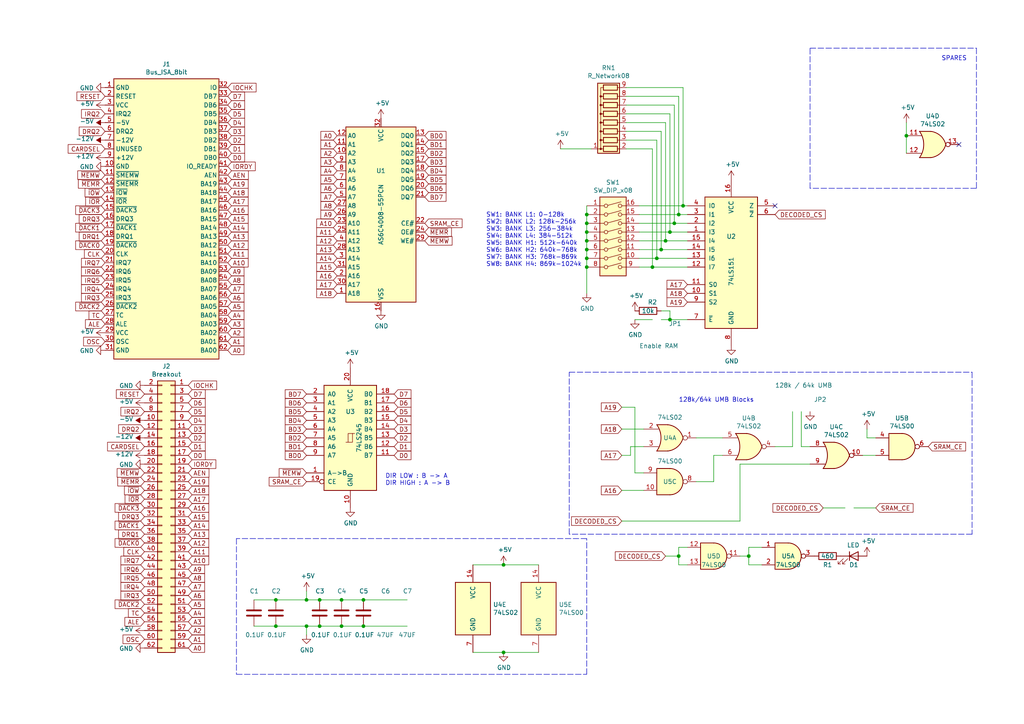
<source format=kicad_sch>
(kicad_sch (version 20230121) (generator eeschema)
  (paper "A4")
  (title_block (title "8-bit ISA RAM Expansion Board") (date "2019-10-25") (company "Adrian Black") (comment 1 "Adrian's Digital Basement"))
  (junction (at 191.77 72.39))
  (junction (at 198.12 59.69))
  (junction (at 217.17 161.29))
  (junction (at 196.85 62.23))
  (junction (at 146.05 189.23))
  (junction (at 146.05 163.83))
  (junction (at 170.18 64.77))
  (junction (at 80.01 181.61))
  (junction (at 195.58 64.77))
  (junction (at 196.85 161.29))
  (junction (at 170.18 72.39))
  (junction (at 170.18 77.47))
  (junction (at 105.41 181.61))
  (junction (at 170.18 62.23))
  (junction (at 193.04 69.85))
  (junction (at 189.23 77.47))
  (junction (at 170.18 74.93))
  (junction (at 194.31 67.31))
  (junction (at 194.31 92.71))
  (junction (at 99.06 181.61))
  (junction (at 88.9 173.99))
  (junction (at 80.01 173.99))
  (junction (at 92.71 181.61))
  (junction (at 190.5 74.93))
  (junction (at 170.18 67.31))
  (junction (at 170.18 69.85))
  (junction (at 99.06 173.99))
  (junction (at 88.9 181.61))
  (junction (at 105.41 173.99))
  (junction (at 92.71 173.99))
  (junction (at 262.89 39.37))
  (no_connect (at 278.13 41.91))
  (no_connect (at 224.79 59.69))
  (wire (pts (xy 156.21 189.23) (xy 146.05 189.23)))
  (wire (pts (xy 185.42 59.69) (xy 198.12 59.69)))
  (wire (pts (xy 99.06 181.61) (xy 105.41 181.61)))
  (wire (pts (xy 190.5 74.93) (xy 199.39 74.93)))
  (wire (pts (xy 217.17 161.29) (xy 217.17 158.75)))
  (wire (pts (xy 105.41 173.99) (xy 118.11 173.99)))
  (wire (pts (xy 185.42 74.93) (xy 190.5 74.93)))
  (wire (pts (xy 181.61 35.56) (xy 193.04 35.56)))
  (wire (pts (xy 262.89 44.45) (xy 262.89 39.37)))
  (wire (pts (xy 196.85 161.29) (xy 196.85 158.75)))
  (wire (pts (xy 181.61 40.64) (xy 190.5 40.64)))
  (wire (pts (xy 181.61 43.18) (xy 189.23 43.18)))
  (wire (pts (xy 247.65 147.32) (xy 254 147.32)))
  (wire (pts (xy 184.15 92.71) (xy 189.23 92.71)))
  (wire (pts (xy 170.18 67.31) (xy 170.18 69.85)))
  (wire (pts (xy 198.12 25.4) (xy 198.12 59.69)))
  (wire (pts (xy 184.15 137.16) (xy 186.69 137.16)))
  (wire (pts (xy 181.61 38.1) (xy 191.77 38.1)))
  (wire (pts (xy 80.01 181.61) (xy 88.9 181.61)))
  (wire (pts (xy 196.85 62.23) (xy 199.39 62.23)))
  (wire (pts (xy 209.55 132.08) (xy 207.01 132.08)))
  (wire (pts (xy 184.15 137.16) (xy 184.15 118.11)))
  (polyline (pts (xy 165.1 154.94) (xy 165.1 107.95)) (stroke (width 0) (type dash)))
  (wire (pts (xy 185.42 69.85) (xy 193.04 69.85)))
  (wire (pts (xy 189.23 77.47) (xy 199.39 77.47)))
  (wire (pts (xy 170.18 62.23) (xy 170.18 64.77)))
  (wire (pts (xy 193.04 35.56) (xy 193.04 69.85)))
  (wire (pts (xy 170.18 59.69) (xy 170.18 62.23)))
  (polyline (pts (xy 170.18 156.21) (xy 68.58 156.21)) (stroke (width 0) (type dash)))
  (wire (pts (xy 180.34 124.46) (xy 186.69 124.46)))
  (wire (pts (xy 193.04 69.85) (xy 199.39 69.85)))
  (wire (pts (xy 182.88 132.08) (xy 180.34 132.08)))
  (wire (pts (xy 196.85 158.75) (xy 199.39 158.75)))
  (wire (pts (xy 229.87 129.54) (xy 229.87 119.38)))
  (wire (pts (xy 185.42 67.31) (xy 194.31 67.31)))
  (wire (pts (xy 207.01 139.7) (xy 201.93 139.7)))
  (wire (pts (xy 196.85 27.94) (xy 196.85 62.23)))
  (wire (pts (xy 217.17 161.29) (xy 217.17 163.83)))
  (wire (pts (xy 207.01 132.08) (xy 207.01 139.7)))
  (wire (pts (xy 88.9 173.99) (xy 92.71 173.99)))
  (wire (pts (xy 181.61 33.02) (xy 194.31 33.02)))
  (wire (pts (xy 214.63 134.62) (xy 234.95 134.62)))
  (wire (pts (xy 185.42 72.39) (xy 191.77 72.39)))
  (wire (pts (xy 191.77 90.17) (xy 194.31 90.17)))
  (polyline (pts (xy 281.94 154.94) (xy 165.1 154.94)) (stroke (width 0) (type dash)))
  (wire (pts (xy 180.34 151.13) (xy 214.63 151.13)))
  (wire (pts (xy 184.15 118.11) (xy 180.34 118.11)))
  (wire (pts (xy 170.18 64.77) (xy 170.18 67.31)))
  (wire (pts (xy 224.79 129.54) (xy 229.87 129.54)))
  (wire (pts (xy 137.16 163.83) (xy 146.05 163.83)))
  (wire (pts (xy 137.16 189.23) (xy 146.05 189.23)))
  (wire (pts (xy 88.9 181.61) (xy 92.71 181.61)))
  (wire (pts (xy 156.21 163.83) (xy 146.05 163.83)))
  (polyline (pts (xy 234.95 54.61) (xy 234.95 13.97)) (stroke (width 0) (type dash)))
  (polyline (pts (xy 165.1 107.95) (xy 281.94 107.95)) (stroke (width 0) (type dash)))
  (wire (pts (xy 92.71 173.99) (xy 99.06 173.99)))
  (wire (pts (xy 181.61 27.94) (xy 196.85 27.94)))
  (polyline (pts (xy 170.18 195.58) (xy 170.18 156.21)) (stroke (width 0) (type dash)))
  (wire (pts (xy 214.63 151.13) (xy 214.63 134.62)))
  (wire (pts (xy 232.41 129.54) (xy 232.41 119.38)))
  (wire (pts (xy 238.76 147.32) (xy 245.11 147.32)))
  (wire (pts (xy 162.56 43.18) (xy 171.45 43.18)))
  (wire (pts (xy 199.39 92.71) (xy 194.31 92.71)))
  (wire (pts (xy 182.88 129.54) (xy 182.88 132.08)))
  (wire (pts (xy 191.77 72.39) (xy 199.39 72.39)))
  (wire (pts (xy 105.41 181.61) (xy 118.11 181.61)))
  (wire (pts (xy 193.04 161.29) (xy 196.85 161.29)))
  (wire (pts (xy 251.46 124.46) (xy 251.46 127)))
  (wire (pts (xy 251.46 127) (xy 254 127)))
  (wire (pts (xy 217.17 163.83) (xy 220.98 163.83)))
  (wire (pts (xy 181.61 30.48) (xy 195.58 30.48)))
  (wire (pts (xy 194.31 33.02) (xy 194.31 67.31)))
  (wire (pts (xy 92.71 181.61) (xy 99.06 181.61)))
  (wire (pts (xy 191.77 92.71) (xy 194.31 92.71)))
  (wire (pts (xy 214.63 161.29) (xy 217.17 161.29)))
  (wire (pts (xy 217.17 158.75) (xy 220.98 158.75)))
  (wire (pts (xy 73.66 181.61) (xy 80.01 181.61)))
  (wire (pts (xy 88.9 184.15) (xy 88.9 181.61)))
  (wire (pts (xy 170.18 85.09) (xy 170.18 77.47)))
  (wire (pts (xy 194.31 67.31) (xy 199.39 67.31)))
  (wire (pts (xy 185.42 62.23) (xy 196.85 62.23)))
  (wire (pts (xy 185.42 64.77) (xy 195.58 64.77)))
  (wire (pts (xy 262.89 35.56) (xy 262.89 39.37)))
  (wire (pts (xy 191.77 38.1) (xy 191.77 72.39)))
  (wire (pts (xy 181.61 25.4) (xy 198.12 25.4)))
  (wire (pts (xy 80.01 173.99) (xy 88.9 173.99)))
  (wire (pts (xy 189.23 43.18) (xy 189.23 77.47)))
  (wire (pts (xy 250.19 132.08) (xy 254 132.08)))
  (wire (pts (xy 190.5 40.64) (xy 190.5 74.93)))
  (wire (pts (xy 185.42 77.47) (xy 189.23 77.47)))
  (wire (pts (xy 170.18 69.85) (xy 170.18 72.39)))
  (polyline (pts (xy 234.95 13.97) (xy 283.21 13.97)) (stroke (width 0) (type dash)))
  (wire (pts (xy 73.66 173.99) (xy 80.01 173.99)))
  (wire (pts (xy 195.58 64.77) (xy 199.39 64.77)))
  (wire (pts (xy 201.93 127) (xy 209.55 127)))
  (wire (pts (xy 186.69 129.54) (xy 182.88 129.54)))
  (wire (pts (xy 196.85 163.83) (xy 196.85 161.29)))
  (wire (pts (xy 99.06 173.99) (xy 105.41 173.99)))
  (wire (pts (xy 198.12 59.69) (xy 199.39 59.69)))
  (polyline (pts (xy 283.21 13.97) (xy 283.21 54.61)) (stroke (width 0) (type dash)))
  (wire (pts (xy 195.58 30.48) (xy 195.58 64.77)))
  (wire (pts (xy 199.39 163.83) (xy 196.85 163.83)))
  (wire (pts (xy 180.34 142.24) (xy 186.69 142.24)))
  (polyline (pts (xy 68.58 195.58) (xy 170.18 195.58)) (stroke (width 0) (type dash)))
  (polyline (pts (xy 281.94 107.95) (xy 281.94 154.94)) (stroke (width 0) (type dash)))
  (wire (pts (xy 232.41 129.54) (xy 234.95 129.54)))
  (wire (pts (xy 170.18 77.47) (xy 170.18 74.93)))
  (wire (pts (xy 194.31 90.17) (xy 194.31 92.71)))
  (polyline (pts (xy 283.21 54.61) (xy 234.95 54.61)) (stroke (width 0) (type dash)))
  (wire (pts (xy 170.18 74.93) (xy 170.18 72.39)))
  (polyline (pts (xy 68.58 156.21) (xy 68.58 195.58)) (stroke (width 0) (type dash)))
  (wire (pts (xy 88.9 171.45) (xy 88.9 173.99)))
  (text "128k/64k UMB Blocks" (at 196.85 116.84 0) (effects (font (size 1.27 1.27)) (justify left bottom)))
  (text "SPARES" (at 273.05 17.78 0) (effects (font (size 1.27 1.27)) (justify left bottom)))
  (text "SW1: BANK L1: 0-128k\nSW2: BANK L2: 128k-256k\nSW3: BANK L3: 256-384k\nSW4: BANK L4: 384-512k\nSW5: BANK H1: 512k-640k\nSW6: BANK H2: 640k-768k \nSW7: BANK H3: 768k-869k\nSW8: BANK H4: 869k-1024k" (at 140.97 77.47 0) (effects (font (size 1.27 1.27)) (justify left bottom)))
  (text "DIR LOW : B -> A\nDIR HIGH : A -> B" (at 111.76 140.97 0) (effects (font (size 1.27 1.27)) (justify left bottom)))
  (global_label "~{MEMW}" (shape input) (at 88.9 137.16 180) (property "Intersheetrefs" "${INTERSHEET_REFS}" (effects hide)))
  (global_label "A4" (shape input) (at 66.04 91.44 0) (property "Intersheetrefs" "${INTERSHEET_REFS}" (effects hide)))
  (global_label "A14" (shape input) (at 54.61 152.4 0) (property "Intersheetrefs" "${INTERSHEET_REFS}" (effects hide)))
  (global_label "D6" (shape input) (at 54.61 116.84 0) (property "Intersheetrefs" "${INTERSHEET_REFS}" (effects hide)))
  (global_label "IRQ4" (shape input) (at 41.91 170.18 180) (property "Intersheetrefs" "${INTERSHEET_REFS}" (effects hide)))
  (global_label "BD4" (shape input) (at 123.19 49.53 0) (property "Intersheetrefs" "${INTERSHEET_REFS}" (effects hide)))
  (global_label "~{DACK3}" (shape input) (at 30.48 60.96 180) (property "Intersheetrefs" "${INTERSHEET_REFS}" (effects hide)))
  (global_label "A2" (shape input) (at 66.04 96.52 0) (property "Intersheetrefs" "${INTERSHEET_REFS}" (effects hide)))
  (global_label "TC" (shape input) (at 30.48 91.44 180) (property "Intersheetrefs" "${INTERSHEET_REFS}" (effects hide)))
  (global_label "IRQ6" (shape input) (at 30.48 78.74 180) (property "Intersheetrefs" "${INTERSHEET_REFS}" (effects hide)))
  (global_label "AEN" (shape input) (at 66.04 50.8 0) (property "Intersheetrefs" "${INTERSHEET_REFS}" (effects hide)))
  (global_label "DECODED_CS" (shape input) (at 193.04 161.29 180) (property "Intersheetrefs" "${INTERSHEET_REFS}" (effects hide)))
  (global_label "D7" (shape input) (at 66.04 27.94 0) (property "Intersheetrefs" "${INTERSHEET_REFS}" (effects hide)))
  (global_label "D1" (shape input) (at 114.3 129.54 0) (property "Intersheetrefs" "${INTERSHEET_REFS}" (effects hide)))
  (global_label "D1" (shape input) (at 54.61 129.54 0) (property "Intersheetrefs" "${INTERSHEET_REFS}" (effects hide)))
  (global_label "A11" (shape input) (at 97.79 67.31 180) (property "Intersheetrefs" "${INTERSHEET_REFS}" (effects hide)))
  (global_label "A14" (shape input) (at 66.04 66.04 0) (property "Intersheetrefs" "${INTERSHEET_REFS}" (effects hide)))
  (global_label "CLK" (shape input) (at 41.91 160.02 180) (property "Intersheetrefs" "${INTERSHEET_REFS}" (effects hide)))
  (global_label "A12" (shape input) (at 66.04 71.12 0) (property "Intersheetrefs" "${INTERSHEET_REFS}" (effects hide)))
  (global_label "D2" (shape input) (at 114.3 127 0) (property "Intersheetrefs" "${INTERSHEET_REFS}" (effects hide)))
  (global_label "A5" (shape input) (at 54.61 175.26 0) (property "Intersheetrefs" "${INTERSHEET_REFS}" (effects hide)))
  (global_label "A11" (shape input) (at 54.61 160.02 0) (property "Intersheetrefs" "${INTERSHEET_REFS}" (effects hide)))
  (global_label "A9" (shape input) (at 54.61 165.1 0) (property "Intersheetrefs" "${INTERSHEET_REFS}" (effects hide)))
  (global_label "ALE" (shape input) (at 30.48 93.98 180) (property "Intersheetrefs" "${INTERSHEET_REFS}" (effects hide)))
  (global_label "D0" (shape input) (at 114.3 132.08 0) (property "Intersheetrefs" "${INTERSHEET_REFS}" (effects hide)))
  (global_label "CLK" (shape input) (at 30.48 73.66 180) (property "Intersheetrefs" "${INTERSHEET_REFS}" (effects hide)))
  (global_label "D3" (shape input) (at 66.04 38.1 0) (property "Intersheetrefs" "${INTERSHEET_REFS}" (effects hide)))
  (global_label "IRQ2" (shape input) (at 41.91 119.38 180) (property "Intersheetrefs" "${INTERSHEET_REFS}" (effects hide)))
  (global_label "A10" (shape input) (at 54.61 162.56 0) (property "Intersheetrefs" "${INTERSHEET_REFS}" (effects hide)))
  (global_label "BD7" (shape input) (at 88.9 114.3 180) (property "Intersheetrefs" "${INTERSHEET_REFS}" (effects hide)))
  (global_label "IORDY" (shape input) (at 54.61 134.62 0) (property "Intersheetrefs" "${INTERSHEET_REFS}" (effects hide)))
  (global_label "DRQ2" (shape input) (at 41.91 124.46 180) (property "Intersheetrefs" "${INTERSHEET_REFS}" (effects hide)))
  (global_label "A18" (shape input) (at 97.79 85.09 180) (property "Intersheetrefs" "${INTERSHEET_REFS}" (effects hide)))
  (global_label "~{MEMR}" (shape input) (at 30.48 53.34 180) (property "Intersheetrefs" "${INTERSHEET_REFS}" (effects hide)))
  (global_label "IRQ5" (shape input) (at 41.91 167.64 180) (property "Intersheetrefs" "${INTERSHEET_REFS}" (effects hide)))
  (global_label "~{MEMW}" (shape input) (at 41.91 137.16 180) (property "Intersheetrefs" "${INTERSHEET_REFS}" (effects hide)))
  (global_label "A16" (shape input) (at 180.34 142.24 180) (property "Intersheetrefs" "${INTERSHEET_REFS}" (effects hide)))
  (global_label "BD5" (shape input) (at 88.9 119.38 180) (property "Intersheetrefs" "${INTERSHEET_REFS}" (effects hide)))
  (global_label "A1" (shape input) (at 54.61 185.42 0) (property "Intersheetrefs" "${INTERSHEET_REFS}" (effects hide)))
  (global_label "DECODED_CS" (shape input) (at 224.79 62.23 0) (property "Intersheetrefs" "${INTERSHEET_REFS}" (effects hide)))
  (global_label "D0" (shape input) (at 54.61 132.08 0) (property "Intersheetrefs" "${INTERSHEET_REFS}" (effects hide)))
  (global_label "A18" (shape input) (at 66.04 55.88 0) (property "Intersheetrefs" "${INTERSHEET_REFS}" (effects hide)))
  (global_label "A8" (shape input) (at 97.79 59.69 180) (property "Intersheetrefs" "${INTERSHEET_REFS}" (effects hide)))
  (global_label "BD2" (shape input) (at 88.9 127 180) (property "Intersheetrefs" "${INTERSHEET_REFS}" (effects hide)))
  (global_label "~{DACK0}" (shape input) (at 30.48 71.12 180) (property "Intersheetrefs" "${INTERSHEET_REFS}" (effects hide)))
  (global_label "IRQ3" (shape input) (at 30.48 86.36 180) (property "Intersheetrefs" "${INTERSHEET_REFS}" (effects hide)))
  (global_label "A17" (shape input) (at 54.61 144.78 0) (property "Intersheetrefs" "${INTERSHEET_REFS}" (effects hide)))
  (global_label "RESET" (shape input) (at 30.48 27.94 180) (property "Intersheetrefs" "${INTERSHEET_REFS}" (effects hide)))
  (global_label "A17" (shape input) (at 97.79 82.55 180) (property "Intersheetrefs" "${INTERSHEET_REFS}" (effects hide)))
  (global_label "~{MEMR}" (shape input) (at 123.19 67.31 0) (property "Intersheetrefs" "${INTERSHEET_REFS}" (effects hide)))
  (global_label "A15" (shape input) (at 97.79 77.47 180) (property "Intersheetrefs" "${INTERSHEET_REFS}" (effects hide)))
  (global_label "D5" (shape input) (at 54.61 119.38 0) (property "Intersheetrefs" "${INTERSHEET_REFS}" (effects hide)))
  (global_label "BD0" (shape input) (at 123.19 39.37 0) (property "Intersheetrefs" "${INTERSHEET_REFS}" (effects hide)))
  (global_label "IRQ7" (shape input) (at 41.91 162.56 180) (property "Intersheetrefs" "${INTERSHEET_REFS}" (effects hide)))
  (global_label "DRQ3" (shape input) (at 30.48 63.5 180) (property "Intersheetrefs" "${INTERSHEET_REFS}" (effects hide)))
  (global_label "A13" (shape input) (at 66.04 68.58 0) (property "Intersheetrefs" "${INTERSHEET_REFS}" (effects hide)))
  (global_label "A0" (shape input) (at 66.04 101.6 0) (property "Intersheetrefs" "${INTERSHEET_REFS}" (effects hide)))
  (global_label "IRQ7" (shape input) (at 30.48 76.2 180) (property "Intersheetrefs" "${INTERSHEET_REFS}" (effects hide)))
  (global_label "~{IOW}" (shape input) (at 30.48 55.88 180) (property "Intersheetrefs" "${INTERSHEET_REFS}" (effects hide)))
  (global_label "~{IOR}" (shape input) (at 30.48 58.42 180) (property "Intersheetrefs" "${INTERSHEET_REFS}" (effects hide)))
  (global_label "ALE" (shape input) (at 41.91 180.34 180) (property "Intersheetrefs" "${INTERSHEET_REFS}" (effects hide)))
  (global_label "BD6" (shape input) (at 88.9 116.84 180) (property "Intersheetrefs" "${INTERSHEET_REFS}" (effects hide)))
  (global_label "~{IOW}" (shape input) (at 41.91 142.24 180) (property "Intersheetrefs" "${INTERSHEET_REFS}" (effects hide)))
  (global_label "D4" (shape input) (at 54.61 121.92 0) (property "Intersheetrefs" "${INTERSHEET_REFS}" (effects hide)))
  (global_label "IRQ2" (shape input) (at 30.48 33.02 180) (property "Intersheetrefs" "${INTERSHEET_REFS}" (effects hide)))
  (global_label "IOCHK" (shape input) (at 54.61 111.76 0) (property "Intersheetrefs" "${INTERSHEET_REFS}" (effects hide)))
  (global_label "A4" (shape input) (at 97.79 49.53 180) (property "Intersheetrefs" "${INTERSHEET_REFS}" (effects hide)))
  (global_label "A19" (shape input) (at 66.04 53.34 0) (property "Intersheetrefs" "${INTERSHEET_REFS}" (effects hide)))
  (global_label "A15" (shape input) (at 54.61 149.86 0) (property "Intersheetrefs" "${INTERSHEET_REFS}" (effects hide)))
  (global_label "A13" (shape input) (at 54.61 154.94 0) (property "Intersheetrefs" "${INTERSHEET_REFS}" (effects hide)))
  (global_label "A2" (shape input) (at 97.79 44.45 180) (property "Intersheetrefs" "${INTERSHEET_REFS}" (effects hide)))
  (global_label "A18" (shape input) (at 180.34 124.46 180) (property "Intersheetrefs" "${INTERSHEET_REFS}" (effects hide)))
  (global_label "D3" (shape input) (at 114.3 124.46 0) (property "Intersheetrefs" "${INTERSHEET_REFS}" (effects hide)))
  (global_label "DRQ2" (shape input) (at 30.48 38.1 180) (property "Intersheetrefs" "${INTERSHEET_REFS}" (effects hide)))
  (global_label "IOCHK" (shape input) (at 66.04 25.4 0) (property "Intersheetrefs" "${INTERSHEET_REFS}" (effects hide)))
  (global_label "CARDSEL" (shape input) (at 41.91 129.54 180) (property "Intersheetrefs" "${INTERSHEET_REFS}" (effects hide)))
  (global_label "BD1" (shape input) (at 88.9 129.54 180) (property "Intersheetrefs" "${INTERSHEET_REFS}" (effects hide)))
  (global_label "A2" (shape input) (at 54.61 182.88 0) (property "Intersheetrefs" "${INTERSHEET_REFS}" (effects hide)))
  (global_label "DRQ3" (shape input) (at 41.91 149.86 180) (property "Intersheetrefs" "${INTERSHEET_REFS}" (effects hide)))
  (global_label "~{MEMR}" (shape input) (at 41.91 139.7 180) (property "Intersheetrefs" "${INTERSHEET_REFS}" (effects hide)))
  (global_label "A12" (shape input) (at 97.79 69.85 180) (property "Intersheetrefs" "${INTERSHEET_REFS}" (effects hide)))
  (global_label "D5" (shape input) (at 114.3 119.38 0) (property "Intersheetrefs" "${INTERSHEET_REFS}" (effects hide)))
  (global_label "~{IOR}" (shape input) (at 41.91 144.78 180) (property "Intersheetrefs" "${INTERSHEET_REFS}" (effects hide)))
  (global_label "A18" (shape input) (at 199.39 85.09 180) (property "Intersheetrefs" "${INTERSHEET_REFS}" (effects hide)))
  (global_label "A14" (shape input) (at 97.79 74.93 180) (property "Intersheetrefs" "${INTERSHEET_REFS}" (effects hide)))
  (global_label "BD0" (shape input) (at 88.9 132.08 180) (property "Intersheetrefs" "${INTERSHEET_REFS}" (effects hide)))
  (global_label "IRQ6" (shape input) (at 41.91 165.1 180) (property "Intersheetrefs" "${INTERSHEET_REFS}" (effects hide)))
  (global_label "~{DACK2}" (shape input) (at 30.48 88.9 180) (property "Intersheetrefs" "${INTERSHEET_REFS}" (effects hide)))
  (global_label "OSC" (shape input) (at 41.91 185.42 180) (property "Intersheetrefs" "${INTERSHEET_REFS}" (effects hide)))
  (global_label "A0" (shape input) (at 54.61 187.96 0) (property "Intersheetrefs" "${INTERSHEET_REFS}" (effects hide)))
  (global_label "IORDY" (shape input) (at 66.04 48.26 0) (property "Intersheetrefs" "${INTERSHEET_REFS}" (effects hide)))
  (global_label "A3" (shape input) (at 97.79 46.99 180) (property "Intersheetrefs" "${INTERSHEET_REFS}" (effects hide)))
  (global_label "D4" (shape input) (at 66.04 35.56 0) (property "Intersheetrefs" "${INTERSHEET_REFS}" (effects hide)))
  (global_label "A19" (shape input) (at 180.34 118.11 180) (property "Intersheetrefs" "${INTERSHEET_REFS}" (effects hide)))
  (global_label "D0" (shape input) (at 66.04 45.72 0) (property "Intersheetrefs" "${INTERSHEET_REFS}" (effects hide)))
  (global_label "A17" (shape input) (at 66.04 58.42 0) (property "Intersheetrefs" "${INTERSHEET_REFS}" (effects hide)))
  (global_label "BD3" (shape input) (at 88.9 124.46 180) (property "Intersheetrefs" "${INTERSHEET_REFS}" (effects hide)))
  (global_label "A18" (shape input) (at 54.61 142.24 0) (property "Intersheetrefs" "${INTERSHEET_REFS}" (effects hide)))
  (global_label "A7" (shape input) (at 54.61 170.18 0) (property "Intersheetrefs" "${INTERSHEET_REFS}" (effects hide)))
  (global_label "A6" (shape input) (at 66.04 86.36 0) (property "Intersheetrefs" "${INTERSHEET_REFS}" (effects hide)))
  (global_label "A17" (shape input) (at 199.39 82.55 180) (property "Intersheetrefs" "${INTERSHEET_REFS}" (effects hide)))
  (global_label "BD5" (shape input) (at 123.19 52.07 0) (property "Intersheetrefs" "${INTERSHEET_REFS}" (effects hide)))
  (global_label "A16" (shape input) (at 54.61 147.32 0) (property "Intersheetrefs" "${INTERSHEET_REFS}" (effects hide)))
  (global_label "D2" (shape input) (at 54.61 127 0) (property "Intersheetrefs" "${INTERSHEET_REFS}" (effects hide)))
  (global_label "~{DACK0}" (shape input) (at 41.91 157.48 180) (property "Intersheetrefs" "${INTERSHEET_REFS}" (effects hide)))
  (global_label "BD7" (shape input) (at 123.19 57.15 0) (property "Intersheetrefs" "${INTERSHEET_REFS}" (effects hide)))
  (global_label "BD4" (shape input) (at 88.9 121.92 180) (property "Intersheetrefs" "${INTERSHEET_REFS}" (effects hide)))
  (global_label "A19" (shape input) (at 54.61 139.7 0) (property "Intersheetrefs" "${INTERSHEET_REFS}" (effects hide)))
  (global_label "A9" (shape input) (at 66.04 78.74 0) (property "Intersheetrefs" "${INTERSHEET_REFS}" (effects hide)))
  (global_label "BD2" (shape input) (at 123.19 44.45 0) (property "Intersheetrefs" "${INTERSHEET_REFS}" (effects hide)))
  (global_label "OSC" (shape input) (at 30.48 99.06 180) (property "Intersheetrefs" "${INTERSHEET_REFS}" (effects hide)))
  (global_label "A7" (shape input) (at 97.79 57.15 180) (property "Intersheetrefs" "${INTERSHEET_REFS}" (effects hide)))
  (global_label "D1" (shape input) (at 66.04 43.18 0) (property "Intersheetrefs" "${INTERSHEET_REFS}" (effects hide)))
  (global_label "A4" (shape input) (at 54.61 177.8 0) (property "Intersheetrefs" "${INTERSHEET_REFS}" (effects hide)))
  (global_label "BD1" (shape input) (at 123.19 41.91 0) (property "Intersheetrefs" "${INTERSHEET_REFS}" (effects hide)))
  (global_label "A1" (shape input) (at 97.79 41.91 180) (property "Intersheetrefs" "${INTERSHEET_REFS}" (effects hide)))
  (global_label "TC" (shape input) (at 41.91 177.8 180) (property "Intersheetrefs" "${INTERSHEET_REFS}" (effects hide)))
  (global_label "IRQ3" (shape input) (at 41.91 172.72 180) (property "Intersheetrefs" "${INTERSHEET_REFS}" (effects hide)))
  (global_label "DRQ1" (shape input) (at 30.48 68.58 180) (property "Intersheetrefs" "${INTERSHEET_REFS}" (effects hide)))
  (global_label "A5" (shape input) (at 66.04 88.9 0) (property "Intersheetrefs" "${INTERSHEET_REFS}" (effects hide)))
  (global_label "~{MEMW}" (shape input) (at 30.48 50.8 180) (property "Intersheetrefs" "${INTERSHEET_REFS}" (effects hide)))
  (global_label "A1" (shape input) (at 66.04 99.06 0) (property "Intersheetrefs" "${INTERSHEET_REFS}" (effects hide)))
  (global_label "A8" (shape input) (at 66.04 81.28 0) (property "Intersheetrefs" "${INTERSHEET_REFS}" (effects hide)))
  (global_label "SRAM_CE" (shape input) (at 123.19 64.77 0) (property "Intersheetrefs" "${INTERSHEET_REFS}" (effects hide)))
  (global_label "A8" (shape input) (at 54.61 167.64 0) (property "Intersheetrefs" "${INTERSHEET_REFS}" (effects hide)))
  (global_label "A16" (shape input) (at 97.79 80.01 180) (property "Intersheetrefs" "${INTERSHEET_REFS}" (effects hide)))
  (global_label "A12" (shape input) (at 54.61 157.48 0) (property "Intersheetrefs" "${INTERSHEET_REFS}" (effects hide)))
  (global_label "CARDSEL" (shape input) (at 30.48 43.18 180) (property "Intersheetrefs" "${INTERSHEET_REFS}" (effects hide)))
  (global_label "D6" (shape input) (at 66.04 30.48 0) (property "Intersheetrefs" "${INTERSHEET_REFS}" (effects hide)))
  (global_label "DRQ1" (shape input) (at 41.91 154.94 180) (property "Intersheetrefs" "${INTERSHEET_REFS}" (effects hide)))
  (global_label "SRAM_CE" (shape input) (at 88.9 139.7 180) (property "Intersheetrefs" "${INTERSHEET_REFS}" (effects hide)))
  (global_label "A5" (shape input) (at 97.79 52.07 180) (property "Intersheetrefs" "${INTERSHEET_REFS}" (effects hide)))
  (global_label "IRQ5" (shape input) (at 30.48 81.28 180) (property "Intersheetrefs" "${INTERSHEET_REFS}" (effects hide)))
  (global_label "D3" (shape input) (at 54.61 124.46 0) (property "Intersheetrefs" "${INTERSHEET_REFS}" (effects hide)))
  (global_label "A17" (shape input) (at 180.34 132.08 180) (property "Intersheetrefs" "${INTERSHEET_REFS}" (effects hide)))
  (global_label "~{DACK1}" (shape input) (at 30.48 66.04 180) (property "Intersheetrefs" "${INTERSHEET_REFS}" (effects hide)))
  (global_label "AEN" (shape input) (at 54.61 137.16 0) (property "Intersheetrefs" "${INTERSHEET_REFS}" (effects hide)))
  (global_label "D6" (shape input) (at 114.3 116.84 0) (property "Intersheetrefs" "${INTERSHEET_REFS}" (effects hide)))
  (global_label "A9" (shape input) (at 97.79 62.23 180) (property "Intersheetrefs" "${INTERSHEET_REFS}" (effects hide)))
  (global_label "IRQ4" (shape input) (at 30.48 83.82 180) (property "Intersheetrefs" "${INTERSHEET_REFS}" (effects hide)))
  (global_label "A19" (shape input) (at 199.39 87.63 180) (property "Intersheetrefs" "${INTERSHEET_REFS}" (effects hide)))
  (global_label "DECODED_CS" (shape input) (at 180.34 151.13 180) (property "Intersheetrefs" "${INTERSHEET_REFS}" (effects hide)))
  (global_label "~{MEMW}" (shape input) (at 123.19 69.85 0) (property "Intersheetrefs" "${INTERSHEET_REFS}" (effects hide)))
  (global_label "D7" (shape input) (at 54.61 114.3 0) (property "Intersheetrefs" "${INTERSHEET_REFS}" (effects hide)))
  (global_label "~{DACK1}" (shape input) (at 41.91 152.4 180) (property "Intersheetrefs" "${INTERSHEET_REFS}" (effects hide)))
  (global_label "A3" (shape input) (at 66.04 93.98 0) (property "Intersheetrefs" "${INTERSHEET_REFS}" (effects hide)))
  (global_label "BD6" (shape input) (at 123.19 54.61 0) (property "Intersheetrefs" "${INTERSHEET_REFS}" (effects hide)))
  (global_label "A6" (shape input) (at 54.61 172.72 0) (property "Intersheetrefs" "${INTERSHEET_REFS}" (effects hide)))
  (global_label "A16" (shape input) (at 66.04 60.96 0) (property "Intersheetrefs" "${INTERSHEET_REFS}" (effects hide)))
  (global_label "BD3" (shape input) (at 123.19 46.99 0) (property "Intersheetrefs" "${INTERSHEET_REFS}" (effects hide)))
  (global_label "A11" (shape input) (at 66.04 73.66 0) (property "Intersheetrefs" "${INTERSHEET_REFS}" (effects hide)))
  (global_label "D5" (shape input) (at 66.04 33.02 0) (property "Intersheetrefs" "${INTERSHEET_REFS}" (effects hide)))
  (global_label "SRAM_CE" (shape input) (at 269.24 129.54 0) (property "Intersheetrefs" "${INTERSHEET_REFS}" (effects hide)))
  (global_label "A13" (shape input) (at 97.79 72.39 180) (property "Intersheetrefs" "${INTERSHEET_REFS}" (effects hide)))
  (global_label "~{DACK3}" (shape input) (at 41.91 147.32 180) (property "Intersheetrefs" "${INTERSHEET_REFS}" (effects hide)))
  (global_label "A10" (shape input) (at 66.04 76.2 0) (property "Intersheetrefs" "${INTERSHEET_REFS}" (effects hide)))
  (global_label "A6" (shape input) (at 97.79 54.61 180) (property "Intersheetrefs" "${INTERSHEET_REFS}" (effects hide)))
  (global_label "D7" (shape input) (at 114.3 114.3 0) (property "Intersheetrefs" "${INTERSHEET_REFS}" (effects hide)))
  (global_label "SRAM_CE" (shape input) (at 254 147.32 0) (property "Intersheetrefs" "${INTERSHEET_REFS}" (effects hide)))
  (global_label "RESET" (shape input) (at 41.91 114.3 180) (property "Intersheetrefs" "${INTERSHEET_REFS}" (effects hide)))
  (global_label "A0" (shape input) (at 97.79 39.37 180) (property "Intersheetrefs" "${INTERSHEET_REFS}" (effects hide)))
  (global_label "A7" (shape input) (at 66.04 83.82 0) (property "Intersheetrefs" "${INTERSHEET_REFS}" (effects hide)))
  (global_label "DECODED_CS" (shape input) (at 238.76 147.32 180) (property "Intersheetrefs" "${INTERSHEET_REFS}" (effects hide)))
  (global_label "A3" (shape input) (at 54.61 180.34 0) (property "Intersheetrefs" "${INTERSHEET_REFS}" (effects hide)))
  (global_label "A10" (shape input) (at 97.79 64.77 180) (property "Intersheetrefs" "${INTERSHEET_REFS}" (effects hide)))
  (global_label "D2" (shape input) (at 66.04 40.64 0) (property "Intersheetrefs" "${INTERSHEET_REFS}" (effects hide)))
  (global_label "A15" (shape input) (at 66.04 63.5 0) (property "Intersheetrefs" "${INTERSHEET_REFS}" (effects hide)))
  (global_label "~{DACK2}" (shape input) (at 41.91 175.26 180) (property "Intersheetrefs" "${INTERSHEET_REFS}" (effects hide)))
  (global_label "D4" (shape input) (at 114.3 121.92 0) (property "Intersheetrefs" "${INTERSHEET_REFS}" (effects hide)))
  (symbol (lib_id "Connector:Bus_ISA_8bit") (at 48.26 63.5 0) (unit 1)
    (property "Reference" "J1" (at 48.26 18.6182 0))
    (property "Value" "Bus_ISA_8bit" (at 48.26 20.9296 0))
    (property "Footprint" "Custom:Conn_Edge_PCB_ISA8" (effects hide))
    (property "Datasheet" "https://en.wikipedia.org/wiki/Industry_Standard_Architecture" (effects hide))
  )
  (symbol (lib_id "Connector_Generic:Conn_02x31_Odd_Even") (at 49.53 149.86 0) (mirror y) (unit 1)
    (property "Reference" "J2" (at 48.26 106.2482 0))
    (property "Value" "Breakout" (at 48.26 108.5596 0))
    (property "Footprint" "Connector_PinHeader_2.54mm:PinHeader_2x31_P2.54mm_Vertical" (effects hide))
  )
  (symbol (lib_id "power:GND") (at 30.48 25.4 270) (unit 1)
    (property "Reference" "#PWR01" (effects hide))
    (property "Value" "GND" (at 27.2288 25.527 90) (effects (justify right)))
  )
  (symbol (lib_id "power:GND") (at 30.48 48.26 270) (unit 1)
    (property "Reference" "#PWR06" (effects hide))
    (property "Value" "GND" (at 27.2288 48.387 90) (effects (justify right)))
  )
  (symbol (lib_id "power:GND") (at 30.48 101.6 270) (unit 1)
    (property "Reference" "#PWR08" (effects hide))
    (property "Value" "GND" (at 27.2288 101.727 90) (effects (justify right)))
  )
  (symbol (lib_id "power:+5V") (at 30.48 30.48 90) (unit 1)
    (property "Reference" "#PWR02" (effects hide))
    (property "Value" "+5V" (at 27.2288 30.099 90) (effects (justify left)))
  )
  (symbol (lib_id "power:+5V") (at 30.48 96.52 90) (unit 1)
    (property "Reference" "#PWR07" (effects hide))
    (property "Value" "+5V" (at 27.2288 96.139 90) (effects (justify left)))
  )
  (symbol (lib_id "power:+12V") (at 30.48 45.72 90) (unit 1)
    (property "Reference" "#PWR05" (effects hide))
    (property "Value" "+12V" (at 27.2288 45.339 90) (effects (justify left)))
  )
  (symbol (lib_id "power:-12V") (at 30.48 40.64 90) (unit 1)
    (property "Reference" "#PWR04" (effects hide))
    (property "Value" "-12V" (at 27.2288 40.259 90) (effects (justify left)))
  )
  (symbol (lib_id "power:-5V") (at 30.48 35.56 90) (unit 1)
    (property "Reference" "#PWR03" (effects hide))
    (property "Value" "-5V" (at 27.2288 35.179 90) (effects (justify left)))
  )
  (symbol (lib_id "power:GND") (at 41.91 111.76 270) (unit 1)
    (property "Reference" "#PWR09" (effects hide))
    (property "Value" "GND" (at 38.6588 111.887 90) (effects (justify right)))
  )
  (symbol (lib_id "power:GND") (at 41.91 134.62 270) (unit 1)
    (property "Reference" "#PWR014" (effects hide))
    (property "Value" "GND" (at 38.6588 134.747 90) (effects (justify right)))
  )
  (symbol (lib_id "power:GND") (at 41.91 187.96 270) (unit 1)
    (property "Reference" "#PWR016" (effects hide))
    (property "Value" "GND" (at 38.6588 188.087 90) (effects (justify right)))
  )
  (symbol (lib_id "power:+5V") (at 41.91 116.84 90) (unit 1)
    (property "Reference" "#PWR010" (effects hide))
    (property "Value" "+5V" (at 38.6588 116.459 90) (effects (justify left)))
  )
  (symbol (lib_id "power:+5V") (at 41.91 182.88 90) (unit 1)
    (property "Reference" "#PWR015" (effects hide))
    (property "Value" "+5V" (at 38.6588 182.499 90) (effects (justify left)))
  )
  (symbol (lib_id "power:+12V") (at 41.91 132.08 90) (unit 1)
    (property "Reference" "#PWR013" (effects hide))
    (property "Value" "+12V" (at 38.6588 131.699 90) (effects (justify left)))
  )
  (symbol (lib_id "power:-12V") (at 41.91 127 90) (unit 1)
    (property "Reference" "#PWR012" (effects hide))
    (property "Value" "-12V" (at 38.6588 126.619 90) (effects (justify left)))
  )
  (symbol (lib_id "power:-5V") (at 41.91 121.92 90) (unit 1)
    (property "Reference" "#PWR011" (effects hide))
    (property "Value" "-5V" (at 38.6588 121.539 90) (effects (justify left)))
  )
  (symbol (lib_id "Connector:Conn_01x03_Male") (at 232.41 114.3 270) (unit 1)
    (property "Reference" "JP2" (at 236.0676 115.8748 90) (effects (justify left)))
    (property "Value" "128k / 64k UMB" (at 224.79 111.76 90) (effects (justify left)))
    (property "Footprint" "Connector_PinHeader_2.54mm:PinHeader_1x03_P2.54mm_Vertical" (effects hide))
  )
  (symbol (lib_id "Memory_RAM:AS6C4008-55PCN") (at 110.49 62.23 0) (unit 1)
    (property "Reference" "U1" (at 110.49 49.53 0))
    (property "Value" "AS6C4008-55PCN" (at 110.49 62.23 90))
    (property "Footprint" "Package_DIP:DIP-32_W15.24mm" (effects hide))
    (property "Datasheet" "https://www.alliancememory.com/wp-content/uploads/pdf/AS6C4008.pdf" (effects hide))
  )
  (symbol (lib_id "74xx:74LS151") (at 212.09 74.93 0) (unit 1)
    (property "Reference" "U2" (at 212.09 68.58 0))
    (property "Value" "74LS151" (at 212.09 78.74 90))
    (property "Footprint" "Package_DIP:DIP-16_W7.62mm" (effects hide))
    (property "Datasheet" "http://www.ti.com/lit/gpn/sn74LS151" (effects hide))
  )
  (symbol (lib_id "Device:R_Network08") (at 176.53 33.02 90) (unit 1)
    (property "Reference" "RN1" (at 176.53 19.685 90))
    (property "Value" "R_Network08" (at 176.53 21.9964 90))
    (property "Footprint" "Resistor_THT:R_Array_SIP9" (effects hide))
    (property "Datasheet" "http://www.vishay.com/docs/31509/csc.pdf" (effects hide))
  )
  (symbol (lib_id "power:+5V") (at 162.56 43.18 0) (unit 1)
    (property "Reference" "#PWR017" (effects hide))
    (property "Value" "+5V" (at 162.941 38.7858 0))
  )
  (symbol (lib_id "Switch:SW_DIP_x08") (at 177.8 69.85 0) (unit 1)
    (property "Reference" "SW1" (at 177.8 52.9082 0))
    (property "Value" "SW_DIP_x08" (at 177.8 55.2196 0))
    (property "Footprint" "Button_Switch_THT:SW_DIP_SPSTx08_Slide_9.78x22.5mm_W7.62mm_P2.54mm" (effects hide))
  )
  (symbol (lib_id "power:GND") (at 170.18 85.09 0) (unit 1)
    (property "Reference" "#PWR018" (effects hide))
    (property "Value" "GND" (at 170.307 89.4842 0))
  )
  (symbol (lib_id "power:+5V") (at 212.09 52.07 0) (unit 1)
    (property "Reference" "#PWR021" (effects hide))
    (property "Value" "+5V" (at 212.471 47.6758 0))
  )
  (symbol (lib_id "power:GND") (at 212.09 100.33 0) (unit 1)
    (property "Reference" "#PWR022" (effects hide))
    (property "Value" "GND" (at 212.217 104.7242 0))
  )
  (symbol (lib_id "power:+5V") (at 184.15 90.17 0) (unit 1)
    (property "Reference" "#PWR019" (effects hide))
    (property "Value" "+5V" (at 184.531 85.7758 0))
  )
  (symbol (lib_id "power:GND") (at 184.15 92.71 0) (unit 1)
    (property "Reference" "#PWR020" (effects hide))
    (property "Value" "GND" (at 184.277 97.1042 0))
  )
  (symbol (lib_id "Connector:Conn_01x02_Male") (at 189.23 97.79 90) (unit 1)
    (property "Reference" "JP1" (at 194.0052 93.8784 90) (effects (justify right)))
    (property "Value" "Enable RAM" (at 185.42 100.33 90) (effects (justify right)))
    (property "Footprint" "Connector_PinHeader_2.54mm:PinHeader_1x02_P2.54mm_Vertical" (effects hide))
  )
  (symbol (lib_id "Device:R") (at 187.96 90.17 270) (unit 1)
    (property "Reference" "R2" (at 189.23 87.63 90))
    (property "Value" "10k" (at 187.96 90.17 90))
    (property "Footprint" "Resistor_THT:R_Axial_DIN0204_L3.6mm_D1.6mm_P5.08mm_Horizontal" (effects hide))
  )
  (symbol (lib_id "power:GND") (at 110.49 90.17 0) (unit 1)
    (property "Reference" "#PWR026" (effects hide))
    (property "Value" "GND" (at 110.617 94.5642 0))
  )
  (symbol (lib_id "power:+5V") (at 101.6 106.68 0) (unit 1)
    (property "Reference" "#PWR023" (effects hide))
    (property "Value" "+5V" (at 101.981 102.2858 0))
  )
  (symbol (lib_id "74xx:74LS245") (at 101.6 127 0) (unit 1)
    (property "Reference" "U3" (at 101.6 119.38 0))
    (property "Value" "74LS245" (at 104.14 127 90))
    (property "Footprint" "Package_DIP:DIP-20_W7.62mm" (effects hide))
    (property "Datasheet" "http://www.ti.com/lit/gpn/sn74LS245" (effects hide))
  )
  (symbol (lib_id "power:GND") (at 101.6 147.32 0) (unit 1)
    (property "Reference" "#PWR024" (effects hide))
    (property "Value" "GND" (at 101.727 151.7142 0))
  )
  (symbol (lib_id "power:+5V") (at 110.49 34.29 0) (unit 1)
    (property "Reference" "#PWR025" (effects hide))
    (property "Value" "+5V" (at 110.871 29.8958 0))
  )
  (symbol (lib_id "74xx:74LS00") (at 228.6 161.29 0) (unit 1)
    (property "Reference" "U5" (at 228.6 161.29 0))
    (property "Value" "74LS00" (at 228.6 163.83 0))
    (property "Footprint" "Package_DIP:DIP-14_W7.62mm" (effects hide))
    (property "Datasheet" "http://www.ti.com/lit/gpn/sn74ls00" (effects hide))
  )
  (symbol (lib_id "74xx:74LS00") (at 261.62 129.54 0) (unit 2)
    (property "Reference" "U5" (at 261.62 121.285 0))
    (property "Value" "74LS00" (at 261.62 123.5964 0))
    (property "Footprint" "Package_DIP:DIP-14_W7.62mm" (effects hide))
    (property "Datasheet" "http://www.ti.com/lit/gpn/sn74ls00" (effects hide))
  )
  (symbol (lib_id "74xx:74LS00") (at 194.31 139.7 0) (unit 3)
    (property "Reference" "U5" (at 194.31 139.7 0))
    (property "Value" "74LS00" (at 194.31 133.7564 0))
    (property "Footprint" "Package_DIP:DIP-14_W7.62mm" (effects hide))
    (property "Datasheet" "http://www.ti.com/lit/gpn/sn74ls00" (effects hide))
  )
  (symbol (lib_id "74xx:74LS00") (at 207.01 161.29 0) (unit 4)
    (property "Reference" "U5" (at 207.01 161.29 0))
    (property "Value" "74LS00" (at 207.01 163.83 0))
    (property "Footprint" "Package_DIP:DIP-14_W7.62mm" (effects hide))
    (property "Datasheet" "http://www.ti.com/lit/gpn/sn74ls00" (effects hide))
  )
  (symbol (lib_id "74xx:74LS00") (at 156.21 176.53 0) (unit 5)
    (property "Reference" "U5" (at 162.052 175.3616 0) (effects (justify left)))
    (property "Value" "74LS00" (at 162.052 177.673 0) (effects (justify left)))
    (property "Footprint" "Package_DIP:DIP-14_W7.62mm" (effects hide))
    (property "Datasheet" "http://www.ti.com/lit/gpn/sn74ls00" (effects hide))
  )
  (symbol (lib_id "74xx:74LS02") (at 194.31 127 0) (unit 1)
    (property "Reference" "U4" (at 194.31 127 0))
    (property "Value" "74LS02" (at 194.31 121.0564 0))
    (property "Footprint" "Package_DIP:DIP-14_W7.62mm" (effects hide))
    (property "Datasheet" "http://www.ti.com/lit/gpn/sn74ls02" (effects hide))
  )
  (symbol (lib_id "74xx:74LS02") (at 217.17 129.54 0) (unit 2)
    (property "Reference" "U4" (at 217.17 121.285 0))
    (property "Value" "74LS02" (at 217.17 123.5964 0))
    (property "Footprint" "Package_DIP:DIP-14_W7.62mm" (effects hide))
    (property "Datasheet" "http://www.ti.com/lit/gpn/sn74ls02" (effects hide))
  )
  (symbol (lib_id "74xx:74LS02") (at 242.57 132.08 0) (unit 3)
    (property "Reference" "U4" (at 242.57 123.825 0))
    (property "Value" "74LS02" (at 242.57 126.1364 0))
    (property "Footprint" "Package_DIP:DIP-14_W7.62mm" (effects hide))
    (property "Datasheet" "http://www.ti.com/lit/gpn/sn74ls02" (effects hide))
  )
  (symbol (lib_id "74xx:74LS02") (at 270.51 41.91 0) (unit 4)
    (property "Reference" "U4" (at 270.51 33.655 0))
    (property "Value" "74LS02" (at 270.51 35.9664 0))
    (property "Footprint" "Package_DIP:DIP-14_W7.62mm" (effects hide))
    (property "Datasheet" "http://www.ti.com/lit/gpn/sn74ls02" (effects hide))
  )
  (symbol (lib_id "74xx:74LS02") (at 137.16 176.53 0) (unit 5)
    (property "Reference" "U4" (at 143.002 175.3616 0) (effects (justify left)))
    (property "Value" "74LS02" (at 143.002 177.673 0) (effects (justify left)))
    (property "Footprint" "Package_DIP:DIP-14_W7.62mm" (effects hide))
    (property "Datasheet" "http://www.ti.com/lit/gpn/sn74ls02" (effects hide))
  )
  (symbol (lib_id "power:GND") (at 234.95 119.38 0) (unit 1)
    (property "Reference" "#PWR0101" (effects hide))
    (property "Value" "GND" (at 235.077 123.7742 0))
  )
  (symbol (lib_id "power:+5V") (at 251.46 124.46 0) (unit 1)
    (property "Reference" "#PWR027" (effects hide))
    (property "Value" "+5V" (at 251.841 120.0658 0))
  )
  (symbol (lib_id "power:+5V") (at 146.05 163.83 0) (unit 1)
    (property "Reference" "#PWR031" (effects hide))
    (property "Value" "+5V" (at 146.431 159.4358 0))
  )
  (symbol (lib_id "power:GND") (at 146.05 189.23 0) (unit 1)
    (property "Reference" "#PWR032" (effects hide))
    (property "Value" "GND" (at 146.177 193.6242 0))
  )
  (symbol (lib_id "Device:R") (at 240.03 161.29 90) (unit 1)
    (property "Reference" "R1" (at 240.03 163.83 90))
    (property "Value" "460" (at 240.03 161.29 90))
    (property "Footprint" "Resistor_THT:R_Axial_DIN0204_L3.6mm_D1.6mm_P5.08mm_Horizontal" (effects hide))
  )
  (symbol (lib_id "Device:LED") (at 247.65 161.29 0) (unit 1)
    (property "Reference" "D1" (at 247.65 163.83 0))
    (property "Value" "LED" (at 247.4722 158.115 0))
    (property "Footprint" "LED_THT:LED_D3.0mm" (effects hide))
  )
  (symbol (lib_id "power:+5V") (at 251.46 161.29 0) (unit 1)
    (property "Reference" "#PWR0103" (effects hide))
    (property "Value" "+5V" (at 251.841 156.8958 0))
  )
  (symbol (lib_id "Device:C") (at 73.66 177.8 0) (unit 1)
    (property "Reference" "C1" (at 72.39 171.45 0) (effects (justify left)))
    (property "Value" "0.1UF" (at 71.12 184.15 0) (effects (justify left)))
    (property "Footprint" "Capacitor_THT:C_Disc_D3.0mm_W2.0mm_P2.50mm" (effects hide))
  )
  (symbol (lib_id "power:+5V") (at 88.9 171.45 0) (unit 1)
    (property "Reference" "#PWR029" (effects hide))
    (property "Value" "+5V" (at 89.281 167.0558 0))
  )
  (symbol (lib_id "power:GND") (at 88.9 184.15 0) (unit 1)
    (property "Reference" "#PWR030" (effects hide))
    (property "Value" "GND" (at 89.027 188.5442 0))
  )
  (symbol (lib_id "Device:CP") (at 111.76 177.8 0) (unit 1)
    (property "Reference" "C6" (at 110.49 171.45 0) (effects (justify left)))
    (property "Value" "47UF" (at 109.22 184.15 0) (effects (justify left)))
    (property "Footprint" "Capacitor_THT:CP_Radial_D4.0mm_P2.00mm" (effects hide))
  )
  (symbol (lib_id "Device:C") (at 80.01 177.8 0) (unit 1)
    (property "Reference" "C2" (at 78.74 171.45 0) (effects (justify left)))
    (property "Value" "0.1UF" (at 77.47 184.15 0) (effects (justify left)))
    (property "Footprint" "Capacitor_THT:C_Disc_D3.0mm_W2.0mm_P2.50mm" (effects hide))
  )
  (symbol (lib_id "Device:C") (at 105.41 177.8 0) (unit 1)
    (property "Reference" "C5" (at 104.14 171.45 0) (effects (justify left)))
    (property "Value" "0.1UF" (at 102.87 184.15 0) (effects (justify left)))
    (property "Footprint" "Capacitor_THT:C_Disc_D3.0mm_W2.0mm_P2.50mm" (effects hide))
  )
  (symbol (lib_id "Device:C") (at 99.06 177.8 0) (unit 1)
    (property "Reference" "C4" (at 97.79 171.45 0) (effects (justify left)))
    (property "Value" "0.1UF" (at 96.52 184.15 0) (effects (justify left)))
    (property "Footprint" "Capacitor_THT:C_Disc_D3.0mm_W2.0mm_P2.50mm" (effects hide))
  )
  (symbol (lib_id "Device:C") (at 92.71 177.8 0) (unit 1)
    (property "Reference" "C3" (at 91.44 171.45 0) (effects (justify left)))
    (property "Value" "0.1UF" (at 90.17 184.15 0) (effects (justify left)))
    (property "Footprint" "Capacitor_THT:C_Disc_D3.0mm_W2.0mm_P2.50mm" (effects hide))
  )
  (symbol (lib_id "Device:CP") (at 118.11 177.8 0) (unit 1)
    (property "Reference" "C7" (at 116.84 171.45 0) (effects (justify left)))
    (property "Value" "47UF" (at 115.57 184.15 0) (effects (justify left)))
    (property "Footprint" "Capacitor_THT:CP_Radial_D4.0mm_P2.00mm" (effects hide))
  )
  (symbol (lib_id "power:+5V") (at 262.89 35.56 0) (unit 1)
    (property "Reference" "#PWR0102" (effects hide))
    (property "Value" "+5V" (at 263.271 31.1658 0))
  )
  (symbol (lib_id "Connector:Conn_01x02_Male") (at 247.65 142.24 270) (unit 1)
    (property "Reference" "JP3" (at 242.8748 146.1516 90) (effects (justify right)))
    (property "Value" "Bypass Logic" (at 251.46 139.7 90) (effects (justify right)))
    (property "Footprint" "Connector_PinHeader_2.54mm:PinHeader_1x02_P2.54mm_Vertical" (effects hide))
  )
)
</source>
